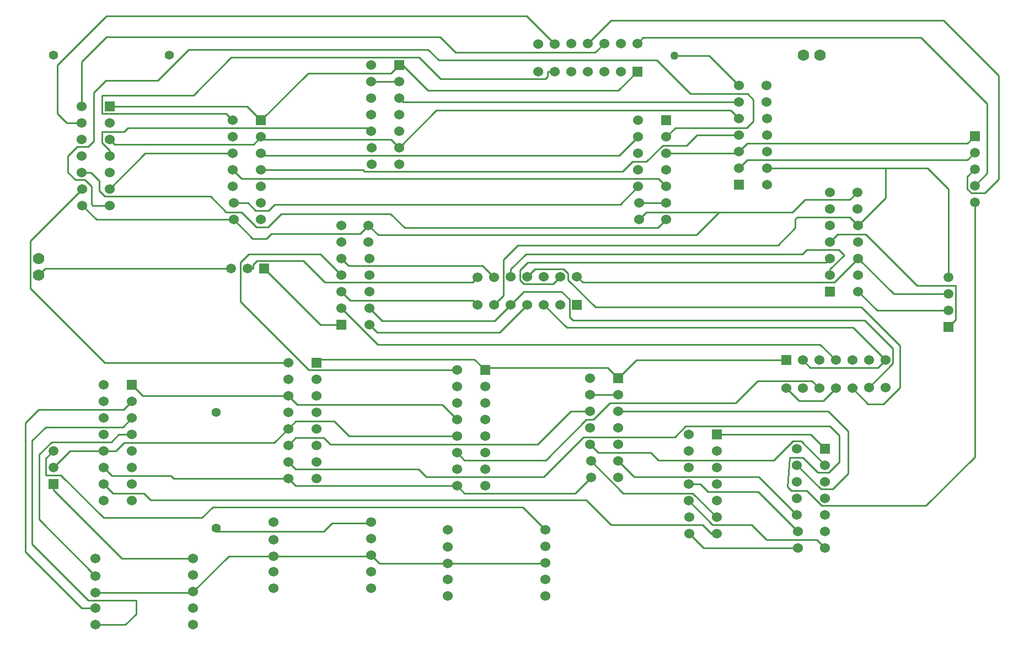
<source format=gbl>
G04*
G04 #@! TF.GenerationSoftware,Altium Limited,Altium Designer,18.0.7 (293)*
G04*
G04 Layer_Physical_Order=2*
G04 Layer_Color=16711680*
%FSLAX25Y25*%
%MOIN*%
G70*
G01*
G75*
%ADD12C,0.01000*%
%ADD22C,0.05512*%
%ADD23C,0.06000*%
%ADD24C,0.05906*%
%ADD25R,0.05906X0.05906*%
%ADD26C,0.07000*%
%ADD27R,0.06000X0.06000*%
%ADD28R,0.05906X0.05906*%
%ADD29R,0.06000X0.06000*%
%ADD30C,0.05000*%
D12*
X684700Y377500D02*
X693000Y385800D01*
X676500Y377500D02*
X684700D01*
X693000Y385800D02*
Y448500D01*
X659500Y482000D02*
X693000Y448500D01*
X104500Y238500D02*
X112500Y246500D01*
X104500Y160636D02*
Y238500D01*
Y160636D02*
X138636Y126500D01*
X171500Y123000D02*
Y131300D01*
X165000Y116500D02*
X171500Y123000D01*
X147000Y116500D02*
X165000D01*
X290000Y178000D02*
X314000D01*
X220000Y173000D02*
X285000Y173000D01*
X290000Y178000D01*
X442000Y230000D02*
X497100D01*
X418000Y206000D02*
X442000Y230000D01*
X346800Y206000D02*
X418000D01*
X588650Y335650D02*
X591000Y338000D01*
X408400Y335650D02*
X588650D01*
X624697Y392500D02*
X650000D01*
X624500Y392303D02*
X624697Y392500D01*
X624500Y374500D02*
Y392303D01*
X608000Y358000D02*
X624500Y374500D01*
X646000Y471500D02*
X686000Y431500D01*
X478000Y471500D02*
X646000D01*
X474500Y468000D02*
X478000Y471500D01*
X686000Y389500D02*
Y431500D01*
X458500Y482000D02*
X659500D01*
X407500Y484500D02*
X424500Y467500D01*
X153600Y484500D02*
X407500D01*
X124000Y454900D02*
X153600Y484500D01*
X129500Y420000D02*
X138500D01*
X124000Y425500D02*
X129500Y420000D01*
X124000Y425500D02*
Y454900D01*
X242300Y332000D02*
Y334253D01*
X242000Y350000D02*
X250168D01*
X253168Y353000D01*
X230500Y361500D02*
X242000Y350000D01*
X307000Y353000D02*
X312000Y358000D01*
X253168Y353000D02*
X307000D01*
X142500Y131300D02*
X171500D01*
X418500Y153500D02*
X419000Y154000D01*
X313000Y158000D02*
X313500Y158500D01*
X254500Y158000D02*
X313000D01*
X184512Y445500D02*
X203362Y464350D01*
X153300Y445500D02*
X184512D01*
X145900Y438100D02*
X153300Y445500D01*
X140500Y385500D02*
X144500Y381500D01*
Y370800D02*
Y381500D01*
Y370800D02*
X145300Y370000D01*
X456500Y272000D02*
X463000Y265500D01*
X384000Y272000D02*
X456500D01*
X382500Y270500D02*
X384000Y272000D01*
X376000Y277000D02*
X382500Y270500D01*
X282500Y277000D02*
X376000D01*
X280500Y275000D02*
X282500Y277000D01*
X544500Y421000D02*
Y434000D01*
X540500Y417000D02*
X544500Y421000D01*
X497500Y417000D02*
X540500D01*
X541100Y437400D02*
X544500Y434000D01*
X506721Y437400D02*
X541100D01*
X247000Y401500D02*
X248300Y400200D01*
X247000Y411500D02*
X248500Y410000D01*
X348000Y439500D02*
X463000D01*
X332500Y455000D02*
X348000Y439500D01*
X330500Y455000D02*
X332500D01*
X463000Y439500D02*
X474500Y451000D01*
X355500Y446500D02*
X419000D01*
X342500Y459500D02*
X355500Y446500D01*
X229000Y459500D02*
X342500D01*
X486121Y458000D02*
X506721Y437400D01*
X354430Y458000D02*
X486121D01*
X348080Y464350D02*
X354430Y458000D01*
X153500Y472000D02*
X355100D01*
X138500Y457000D02*
X153500Y472000D01*
X138500Y430000D02*
Y457000D01*
X355100Y472000D02*
X364700Y462400D01*
X535000Y401500D02*
X536000Y402500D01*
X492000Y401500D02*
X535000D01*
X406000Y322500D02*
X423500D01*
X403500Y325000D02*
X406000Y322500D01*
X423500D02*
X428000Y327000D01*
X574200Y340500D02*
X577000Y343300D01*
X407100Y340500D02*
X574200D01*
X398000Y331400D02*
X407100Y340500D01*
X559500Y346000D02*
X570019Y356519D01*
X402151Y346000D02*
X559500D01*
X393500Y337349D02*
X402151Y346000D01*
X570019Y356519D02*
Y361850D01*
X571168Y363000D02*
X603000D01*
X570019Y361850D02*
X571168Y363000D01*
X524000Y366000D02*
X568300D01*
X480000D02*
X524000D01*
X510200Y352200D02*
X524000Y366000D01*
X317800Y352200D02*
X510200D01*
X575800Y373500D02*
X603000D01*
X568300Y366000D02*
X575800Y373500D01*
X678500Y382000D02*
X686000Y389500D01*
X444500Y468000D02*
X458500Y482000D01*
X205500Y136000D02*
X206000Y136500D01*
X147000Y136000D02*
X205500D01*
X117000Y236000D02*
X163500D01*
X108748Y227748D02*
X117000Y236000D01*
X108748Y165052D02*
Y227748D01*
X112500Y246500D02*
X164000D01*
X678500Y218000D02*
Y372000D01*
X649000Y188500D02*
X678500Y218000D01*
X586000Y188500D02*
X649000D01*
X163000Y156500D02*
X206000D01*
X121500Y198000D02*
X163000Y156500D01*
X121500Y198000D02*
Y201500D01*
X272647Y336453D02*
X285600Y323500D01*
X244500Y336453D02*
X272647D01*
X242300Y334253D02*
X244500Y336453D01*
X553000Y392500D02*
X624500D01*
X247000Y421500D02*
X275500Y450000D01*
X325500D01*
X330500Y455000D01*
X249000Y332000D02*
X283000Y298000D01*
X295500D01*
X175500Y255000D02*
X263500D01*
X169000Y261500D02*
X175500Y255000D01*
X263500D02*
X269000Y249500D01*
X356500D01*
X365500Y240500D01*
X463000Y265500D02*
X474000Y276500D01*
X564500D01*
X282897Y340603D02*
X295500Y328000D01*
X239691Y340603D02*
X282897D01*
X234500Y335411D02*
X239691Y340603D01*
X234500Y312000D02*
Y335411D01*
Y312000D02*
X276000Y270500D01*
X365500D01*
X564500Y259500D02*
X572175Y251825D01*
X586825D01*
X594500Y259500D01*
X239000Y332000D02*
X242300D01*
X285600Y323500D02*
X375000D01*
X378000Y326500D01*
X365500Y200500D02*
X370000Y196000D01*
X437000D01*
X446500Y205500D01*
X312000Y358000D02*
X317800Y352200D01*
X263500Y215000D02*
X268000Y210500D01*
X342300D01*
X346800Y206000D01*
X497100Y230000D02*
X503700Y236600D01*
X590800D01*
X596600Y230800D01*
Y215000D02*
Y230800D01*
X590100Y208500D02*
X596600Y215000D01*
X583500Y208500D02*
X590100D01*
X574500Y217500D02*
X583500Y208500D01*
X566500Y217500D02*
X574500D01*
X565100Y200000D02*
X566500Y217500D01*
X565100Y200000D02*
X567600Y197500D01*
X577000D01*
X586000Y188500D01*
X548000Y206000D02*
X571000Y183000D01*
X472500Y206000D02*
X548000D01*
X463000Y215500D02*
X472500Y206000D01*
X420300Y451000D02*
X424500D01*
X420300Y447800D02*
Y451000D01*
X419000Y446500D02*
X420300Y447800D01*
X206100Y436600D02*
X229000Y459500D01*
X151000Y436600D02*
X206100D01*
X151000Y425500D02*
Y436600D01*
Y425500D02*
X226000D01*
X230000Y421500D01*
X536000Y402500D02*
X541000Y407500D01*
X674000D01*
X678500Y412000D01*
X312500Y298000D02*
X317300Y293200D01*
X391200D01*
X408000Y310000D01*
X585025Y285975D02*
X594500Y276500D01*
X317525Y285975D02*
X585025D01*
X295500Y308000D02*
X317525Y285975D01*
X492000Y411500D02*
X497500Y417000D01*
X203362Y464350D02*
X348080D01*
X145900Y408900D02*
Y438100D01*
X142500Y405500D02*
X145900Y408900D01*
X135800Y405500D02*
X142500D01*
X130300Y400000D02*
X135800Y405500D01*
X130300Y390000D02*
Y400000D01*
Y390000D02*
X134800Y385500D01*
X140500D01*
X145300Y370000D02*
X155500D01*
X107500Y348500D02*
X139000Y380000D01*
X107500Y320000D02*
Y348500D01*
Y320000D02*
X152500Y275000D01*
X263500D01*
X434100Y245500D02*
X446000D01*
X414200Y225600D02*
X434100Y245500D01*
X288900Y225600D02*
X414200D01*
X285000Y229500D02*
X288900Y225600D01*
X268000Y229500D02*
X285000D01*
X263500Y225000D02*
X268000Y229500D01*
X519400Y171500D02*
X522500D01*
X513900Y177000D02*
X519400Y171500D01*
X458600Y177000D02*
X513900D01*
X443750Y191850D02*
X458600Y177000D01*
X180250Y191850D02*
X443750D01*
X176100Y196000D02*
X180250Y191850D01*
X157500Y196000D02*
X176100D01*
X152000Y201500D02*
X157500Y196000D01*
X448900Y462400D02*
X454500Y468000D01*
X364700Y462400D02*
X448900D01*
X505500Y201500D02*
X512691D01*
X517191Y197000D01*
X547500D01*
X571500Y173000D01*
X497000Y460500D02*
X518000D01*
X536000Y442500D01*
X242500Y407000D02*
X247000Y411500D01*
X158500Y407000D02*
X242500D01*
X155500Y410000D02*
X158500Y407000D01*
X531000Y427500D02*
X536000Y422500D01*
X353000Y427500D02*
X531000D01*
X330500Y405000D02*
X353000Y427500D01*
X446500Y215500D02*
X466000Y196000D01*
X508000D01*
X522500Y181500D01*
X536000Y392500D02*
X541000Y397500D01*
X674000D01*
X678500Y402000D01*
X333000Y432500D02*
X536000D01*
X330500Y435000D02*
X333000Y432500D01*
X155500Y400000D02*
Y403300D01*
X151000Y407800D02*
X155500Y403300D01*
X151000Y407800D02*
Y414500D01*
X164200D01*
X166500Y416800D01*
X311700D01*
X313500Y415000D01*
X116500Y332000D02*
X229000D01*
X112500Y328000D02*
X116500Y332000D01*
X580000Y264000D02*
X584500Y259500D01*
X547300Y264000D02*
X580000D01*
X533800Y250500D02*
X547300Y264000D01*
X458000Y250500D02*
X533800D01*
X448000Y240500D02*
X458000Y250500D01*
X443700Y240500D02*
X448000D01*
X419200Y216000D02*
X443700Y240500D01*
X370000Y216000D02*
X419200D01*
X365500Y220500D02*
X370000Y216000D01*
X152000Y221500D02*
X159300D01*
X164300Y226500D01*
X255000D01*
X263500Y235000D01*
X591000Y348000D02*
X595500Y352500D01*
X612500D01*
X643500Y321500D01*
X667000D01*
Y301000D02*
Y321500D01*
X662500Y296500D02*
X667000Y301000D01*
X405300Y187700D02*
X419000Y174000D01*
X218000Y187700D02*
X405300D01*
X211400Y181100D02*
X218000Y187700D01*
X151900Y181100D02*
X211400D01*
X126000Y207000D02*
X151900Y181100D01*
X117047Y207000D02*
X126000D01*
X117047D02*
Y217047D01*
X121500Y221500D01*
X313500Y178500D02*
X314000Y178000D01*
X318500Y153500D02*
X360000D01*
X313500Y158500D02*
X318500Y153500D01*
X112897Y180103D02*
X147000Y146000D01*
X112897Y180103D02*
Y219397D01*
X120500Y227000D01*
X156500D01*
X161000Y231500D01*
X169000D01*
X108748Y165052D02*
X142500Y131300D01*
X163500Y236000D02*
X169000Y241500D01*
X522500Y231500D02*
X567300D01*
X567450Y231650D01*
X579350D01*
X588000Y223000D01*
X446000Y225500D02*
X451000Y220500D01*
X482642D01*
X487142Y216000D01*
X557000D01*
X568500Y227500D01*
X573500D01*
X588000Y213000D01*
X571000D02*
X585500Y198500D01*
X592500D01*
X601898Y207898D01*
Y233602D01*
X590000Y245500D02*
X601898Y233602D01*
X463000Y245500D02*
X590000D01*
X247000Y391500D02*
X308500D01*
X309500Y390500D01*
X465500D01*
X471500Y396500D01*
X480000D01*
X489800Y406300D01*
X504400D01*
X510600Y412500D01*
X536000D01*
X620000Y272000D02*
X624500Y276500D01*
X579000Y272000D02*
X620000D01*
X574500Y276500D02*
X579000Y272000D01*
X403500Y330750D02*
X408400Y335650D01*
X403500Y325000D02*
Y330750D01*
X263500Y205000D02*
X268000Y200500D01*
X365500D01*
X629500Y316500D02*
X662500D01*
X608000Y338000D02*
X629500Y316500D01*
X591000Y328000D02*
Y331500D01*
X599500Y340000D01*
X596200Y343300D02*
X599500Y340000D01*
X577000Y343300D02*
X596200D01*
X398000Y327000D02*
Y331400D01*
Y310000D02*
X405956Y317956D01*
X428694D01*
X433500Y313150D01*
Y302600D02*
Y313150D01*
Y302600D02*
X435700Y300400D01*
X612000D01*
X629000Y283400D01*
Y274500D02*
Y283400D01*
X614500Y260000D02*
X629000Y274500D01*
X131500Y221500D02*
X152000D01*
X121500Y211500D02*
X131500Y221500D01*
X194100Y205000D02*
X263500D01*
X192600Y206500D02*
X194100Y205000D01*
X157000Y206500D02*
X192600D01*
X152000Y211500D02*
X157000Y206500D01*
X514500Y163000D02*
X571500D01*
X506000Y171500D02*
X514500Y163000D01*
X164000Y246500D02*
X169000Y251500D01*
X138636Y126500D02*
X147000D01*
X674000Y380000D02*
X676500Y377500D01*
X674000Y380000D02*
Y387500D01*
X678500Y392000D01*
X138500Y390000D02*
X144225D01*
X149225Y385000D01*
Y378775D02*
Y385000D01*
Y378775D02*
X152500Y375500D01*
X216500D01*
X226000Y366000D01*
X235369D01*
X244369Y357000D01*
X251300D01*
X259200Y364900D01*
X325287D01*
X333787Y356400D01*
X486900D01*
X492000Y361500D01*
X300279Y230500D02*
X365500D01*
X291279Y239500D02*
X300279Y230500D01*
X268000Y239500D02*
X291279D01*
X263500Y235000D02*
X268000Y239500D01*
X604500Y259500D02*
X614000Y250000D01*
X623200D01*
X633200Y260000D01*
Y285200D01*
X610000Y308400D02*
X633200Y285200D01*
X449100Y308400D02*
X610000D01*
X432500Y325000D02*
X449100Y308400D01*
X432500Y325000D02*
Y329000D01*
X430000Y331500D02*
X432500Y329000D01*
X412500Y331500D02*
X430000D01*
X408000Y327000D02*
X412500Y331500D01*
X603000Y363000D02*
X608000Y358000D01*
X393500Y315500D02*
Y337349D01*
X388000Y310000D02*
X393500Y315500D01*
X619500Y306500D02*
X662500D01*
X608000Y318000D02*
X619500Y306500D01*
X418000Y310000D02*
X431796Y296204D01*
X604796D01*
X624500Y276500D01*
X312500Y308000D02*
X320300Y300200D01*
X388200D01*
X398000Y310000D01*
X662500Y326500D02*
Y380000D01*
X650000Y392500D02*
X662500Y380000D01*
X147500Y361500D02*
X230500D01*
X139000Y370000D02*
X147500Y361500D01*
X438000Y327000D02*
X441500Y323500D01*
X593500D01*
X608000Y338000D01*
X238500Y430000D02*
X247000Y421500D01*
X155500Y430000D02*
X238500D01*
X381000Y333500D02*
X388000Y326500D01*
X300000Y333500D02*
X381000D01*
X295500Y338000D02*
X300000Y333500D01*
X464200Y370700D02*
X475000Y381500D01*
X255200Y370700D02*
X464200D01*
X251500Y367000D02*
X255200Y370700D01*
X243607Y367000D02*
X251500D01*
X239107Y371500D02*
X243607Y367000D01*
X230500Y371500D02*
X239107D01*
X360000Y153500D02*
X418500D01*
X227500Y158000D02*
X254500D01*
X206000Y136500D02*
X227500Y158000D01*
X505500Y191500D02*
X520000Y177000D01*
X543600D01*
X552600Y168000D01*
X583000D01*
X588000Y163000D01*
X155500Y380000D02*
X177000Y401500D01*
X230000D01*
X475500Y361500D02*
X480000Y366000D01*
X603000Y373500D02*
X607500Y378000D01*
X375300Y312700D02*
X378000Y310000D01*
X300800Y312700D02*
X375300D01*
X295500Y318000D02*
X300800Y312700D01*
X248500Y410000D02*
X325500D01*
X330500Y405000D01*
X487150Y386350D02*
X492000Y381500D01*
X235150Y386350D02*
X487150D01*
X230000Y391500D02*
X235150Y386350D01*
X248300Y400200D02*
X463700D01*
X475000Y411500D01*
X475500Y371500D02*
X492000D01*
X313500Y445000D02*
X330500D01*
X446000Y255500D02*
X463000D01*
D22*
X121500Y461000D02*
D03*
X191500D02*
D03*
X220000Y245000D02*
D03*
Y175000D02*
D03*
D23*
X419000Y134000D02*
D03*
Y144000D02*
D03*
Y154000D02*
D03*
Y164000D02*
D03*
Y174000D02*
D03*
X360000D02*
D03*
Y163500D02*
D03*
Y153500D02*
D03*
Y144000D02*
D03*
Y134000D02*
D03*
X313500Y138500D02*
D03*
Y148500D02*
D03*
Y158500D02*
D03*
Y168500D02*
D03*
Y178500D02*
D03*
X254500D02*
D03*
Y168000D02*
D03*
Y158000D02*
D03*
Y148500D02*
D03*
Y138500D02*
D03*
X206000Y116500D02*
D03*
Y126500D02*
D03*
Y136500D02*
D03*
Y146500D02*
D03*
Y156500D02*
D03*
X147000D02*
D03*
Y146000D02*
D03*
Y136000D02*
D03*
Y126500D02*
D03*
Y116500D02*
D03*
X280500Y205000D02*
D03*
Y215000D02*
D03*
Y225000D02*
D03*
Y235000D02*
D03*
Y245000D02*
D03*
Y255000D02*
D03*
Y265000D02*
D03*
X263500Y205000D02*
D03*
Y215000D02*
D03*
Y225000D02*
D03*
Y235000D02*
D03*
Y245000D02*
D03*
Y255000D02*
D03*
Y275000D02*
D03*
Y265000D02*
D03*
X382500Y200500D02*
D03*
Y210500D02*
D03*
Y220500D02*
D03*
Y230500D02*
D03*
Y240500D02*
D03*
Y250500D02*
D03*
Y260500D02*
D03*
X365500Y200500D02*
D03*
Y210500D02*
D03*
Y220500D02*
D03*
Y230500D02*
D03*
Y240500D02*
D03*
Y250500D02*
D03*
Y270500D02*
D03*
Y260500D02*
D03*
X169000Y191500D02*
D03*
Y201500D02*
D03*
Y211500D02*
D03*
Y221500D02*
D03*
Y231500D02*
D03*
Y241500D02*
D03*
Y251500D02*
D03*
X152000Y191500D02*
D03*
Y201500D02*
D03*
Y211500D02*
D03*
Y221500D02*
D03*
Y231500D02*
D03*
Y241500D02*
D03*
Y261500D02*
D03*
Y251500D02*
D03*
X230500Y361500D02*
D03*
Y371500D02*
D03*
X230000Y381500D02*
D03*
Y391500D02*
D03*
Y401500D02*
D03*
Y411500D02*
D03*
Y421500D02*
D03*
X247000Y411500D02*
D03*
Y401500D02*
D03*
Y391500D02*
D03*
Y381500D02*
D03*
Y371500D02*
D03*
Y361500D02*
D03*
X414500Y467500D02*
D03*
X424500D02*
D03*
X434500Y468000D02*
D03*
X444500D02*
D03*
X454500D02*
D03*
X464500D02*
D03*
X474500D02*
D03*
X464500Y451000D02*
D03*
X454500D02*
D03*
X444500D02*
D03*
X434500D02*
D03*
X424500D02*
D03*
X414500D02*
D03*
X314000Y395000D02*
D03*
Y405000D02*
D03*
X313500Y415000D02*
D03*
Y425000D02*
D03*
Y435000D02*
D03*
Y445000D02*
D03*
Y455000D02*
D03*
X330500Y445000D02*
D03*
Y435000D02*
D03*
Y425000D02*
D03*
Y415000D02*
D03*
Y405000D02*
D03*
Y395000D02*
D03*
X475500Y361500D02*
D03*
Y371500D02*
D03*
X475000Y381500D02*
D03*
Y391500D02*
D03*
Y401500D02*
D03*
Y411500D02*
D03*
Y421500D02*
D03*
X492000Y411500D02*
D03*
Y401500D02*
D03*
Y391500D02*
D03*
Y381500D02*
D03*
Y371500D02*
D03*
Y361500D02*
D03*
X571500Y163000D02*
D03*
Y173000D02*
D03*
X571000Y183000D02*
D03*
Y193000D02*
D03*
Y203000D02*
D03*
Y213000D02*
D03*
Y223000D02*
D03*
X588000Y213000D02*
D03*
Y203000D02*
D03*
Y193000D02*
D03*
Y183000D02*
D03*
Y173000D02*
D03*
Y163000D02*
D03*
X446500Y205500D02*
D03*
Y215500D02*
D03*
X446000Y225500D02*
D03*
Y235500D02*
D03*
Y245500D02*
D03*
Y255500D02*
D03*
Y265500D02*
D03*
X463000Y255500D02*
D03*
Y245500D02*
D03*
Y235500D02*
D03*
Y225500D02*
D03*
Y215500D02*
D03*
Y205500D02*
D03*
X139000Y370000D02*
D03*
Y380000D02*
D03*
X138500Y390000D02*
D03*
Y400000D02*
D03*
Y410000D02*
D03*
Y420000D02*
D03*
Y430000D02*
D03*
X155500Y420000D02*
D03*
Y410000D02*
D03*
Y400000D02*
D03*
Y390000D02*
D03*
Y380000D02*
D03*
Y370000D02*
D03*
X506000Y171500D02*
D03*
Y181500D02*
D03*
X505500Y191500D02*
D03*
Y201500D02*
D03*
Y211500D02*
D03*
Y221500D02*
D03*
Y231500D02*
D03*
X522500Y221500D02*
D03*
Y211500D02*
D03*
Y201500D02*
D03*
Y191500D02*
D03*
Y181500D02*
D03*
Y171500D02*
D03*
X624500Y260000D02*
D03*
X614500D02*
D03*
X604500Y259500D02*
D03*
X594500D02*
D03*
X584500D02*
D03*
X574500D02*
D03*
X564500D02*
D03*
X574500Y276500D02*
D03*
X584500D02*
D03*
X594500D02*
D03*
X604500D02*
D03*
X614500D02*
D03*
X624500D02*
D03*
X607500Y378000D02*
D03*
Y368000D02*
D03*
X608000Y358000D02*
D03*
Y348000D02*
D03*
Y338000D02*
D03*
Y328000D02*
D03*
Y318000D02*
D03*
X591000Y328000D02*
D03*
Y338000D02*
D03*
Y348000D02*
D03*
Y358000D02*
D03*
Y368000D02*
D03*
Y378000D02*
D03*
X378000Y326500D02*
D03*
X388000D02*
D03*
X398000Y327000D02*
D03*
X408000D02*
D03*
X418000D02*
D03*
X428000D02*
D03*
X438000D02*
D03*
X428000Y310000D02*
D03*
X418000D02*
D03*
X408000D02*
D03*
X398000D02*
D03*
X388000D02*
D03*
X378000D02*
D03*
X312000Y358000D02*
D03*
Y348000D02*
D03*
X312500Y338000D02*
D03*
Y328000D02*
D03*
Y318000D02*
D03*
Y308000D02*
D03*
Y298000D02*
D03*
X295500Y308000D02*
D03*
Y318000D02*
D03*
Y328000D02*
D03*
Y338000D02*
D03*
Y348000D02*
D03*
Y358000D02*
D03*
X552500Y442500D02*
D03*
Y432500D02*
D03*
X553000Y422500D02*
D03*
Y412500D02*
D03*
Y402500D02*
D03*
Y392500D02*
D03*
Y382500D02*
D03*
X536000Y392500D02*
D03*
Y402500D02*
D03*
Y412500D02*
D03*
Y422500D02*
D03*
Y432500D02*
D03*
Y442500D02*
D03*
D24*
X662500Y326500D02*
D03*
Y316500D02*
D03*
Y306500D02*
D03*
X121500Y211500D02*
D03*
Y221500D02*
D03*
X239000Y332000D02*
D03*
X229000D02*
D03*
X678500Y372000D02*
D03*
Y382000D02*
D03*
Y392000D02*
D03*
Y402000D02*
D03*
D25*
X662500Y296500D02*
D03*
X121500Y201500D02*
D03*
X678500Y412000D02*
D03*
D26*
X585000Y461000D02*
D03*
X575000D02*
D03*
X112500Y328000D02*
D03*
Y338000D02*
D03*
D27*
X280500Y275000D02*
D03*
X382500Y270500D02*
D03*
X169000Y261500D02*
D03*
X247000Y421500D02*
D03*
X330500Y455000D02*
D03*
X492000Y421500D02*
D03*
X588000Y223000D02*
D03*
X463000Y265500D02*
D03*
X155500Y430000D02*
D03*
X522500Y231500D02*
D03*
X591000Y318000D02*
D03*
X295500Y298000D02*
D03*
X536000Y382500D02*
D03*
D28*
X249000Y332000D02*
D03*
D29*
X474500Y451000D02*
D03*
X564500Y276500D02*
D03*
X438000Y310000D02*
D03*
D30*
X497000Y460500D02*
D03*
M02*

</source>
